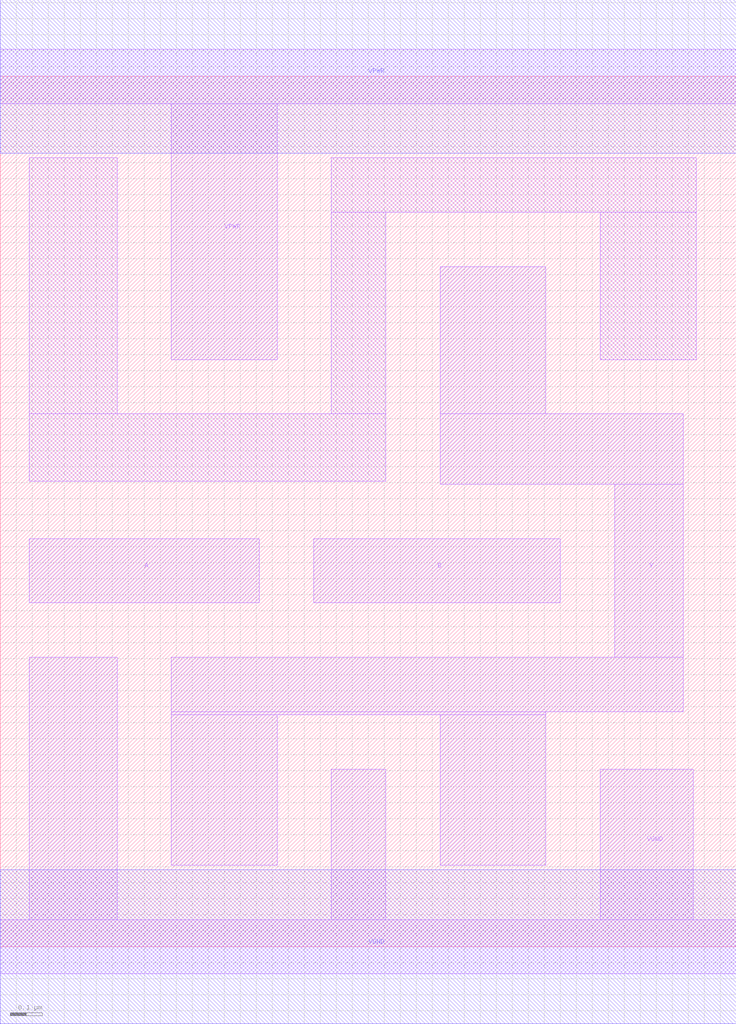
<source format=lef>
# Copyright 2020 The SkyWater PDK Authors
#
# Licensed under the Apache License, Version 2.0 (the "License");
# you may not use this file except in compliance with the License.
# You may obtain a copy of the License at
#
#     https://www.apache.org/licenses/LICENSE-2.0
#
# Unless required by applicable law or agreed to in writing, software
# distributed under the License is distributed on an "AS IS" BASIS,
# WITHOUT WARRANTIES OR CONDITIONS OF ANY KIND, either express or implied.
# See the License for the specific language governing permissions and
# limitations under the License.
#
# SPDX-License-Identifier: Apache-2.0

VERSION 5.5 ;
NAMESCASESENSITIVE ON ;
BUSBITCHARS "[]" ;
DIVIDERCHAR "/" ;
MACRO sky130_fd_sc_hd__nor2_2
  CLASS CORE ;
  SOURCE USER ;
  ORIGIN  0.000000  0.000000 ;
  SIZE  2.300000 BY  2.720000 ;
  SYMMETRY X Y R90 ;
  SITE unithd ;
  PIN A
    ANTENNAGATEAREA  0.495000 ;
    DIRECTION INPUT ;
    USE SIGNAL ;
    PORT
      LAYER li1 ;
        RECT 0.090000 1.075000 0.810000 1.275000 ;
    END
  END A
  PIN B
    ANTENNAGATEAREA  0.495000 ;
    DIRECTION INPUT ;
    USE SIGNAL ;
    PORT
      LAYER li1 ;
        RECT 0.980000 1.075000 1.750000 1.275000 ;
    END
  END B
  PIN Y
    ANTENNADIFFAREA  0.621000 ;
    DIRECTION OUTPUT ;
    USE SIGNAL ;
    PORT
      LAYER li1 ;
        RECT 0.535000 0.255000 0.865000 0.725000 ;
        RECT 0.535000 0.725000 1.705000 0.735000 ;
        RECT 0.535000 0.735000 2.135000 0.905000 ;
        RECT 1.375000 0.255000 1.705000 0.725000 ;
        RECT 1.375000 1.445000 2.135000 1.665000 ;
        RECT 1.375000 1.665000 1.705000 2.125000 ;
        RECT 1.920000 0.905000 2.135000 1.445000 ;
    END
  END Y
  PIN VGND
    DIRECTION INOUT ;
    SHAPE ABUTMENT ;
    USE GROUND ;
    PORT
      LAYER li1 ;
        RECT 0.000000 -0.085000 2.300000 0.085000 ;
        RECT 0.090000  0.085000 0.365000 0.905000 ;
        RECT 1.035000  0.085000 1.205000 0.555000 ;
        RECT 1.875000  0.085000 2.165000 0.555000 ;
    END
    PORT
      LAYER met1 ;
        RECT 0.000000 -0.240000 2.300000 0.240000 ;
    END
  END VGND
  PIN VPWR
    DIRECTION INOUT ;
    SHAPE ABUTMENT ;
    USE POWER ;
    PORT
      LAYER li1 ;
        RECT 0.000000 2.635000 2.300000 2.805000 ;
        RECT 0.535000 1.835000 0.865000 2.635000 ;
    END
    PORT
      LAYER met1 ;
        RECT 0.000000 2.480000 2.300000 2.960000 ;
    END
  END VPWR
  OBS
    LAYER li1 ;
      RECT 0.090000 1.455000 1.205000 1.665000 ;
      RECT 0.090000 1.665000 0.365000 2.465000 ;
      RECT 1.035000 1.665000 1.205000 2.295000 ;
      RECT 1.035000 2.295000 2.175000 2.465000 ;
      RECT 1.875000 1.835000 2.175000 2.295000 ;
  END
END sky130_fd_sc_hd__nor2_2

</source>
